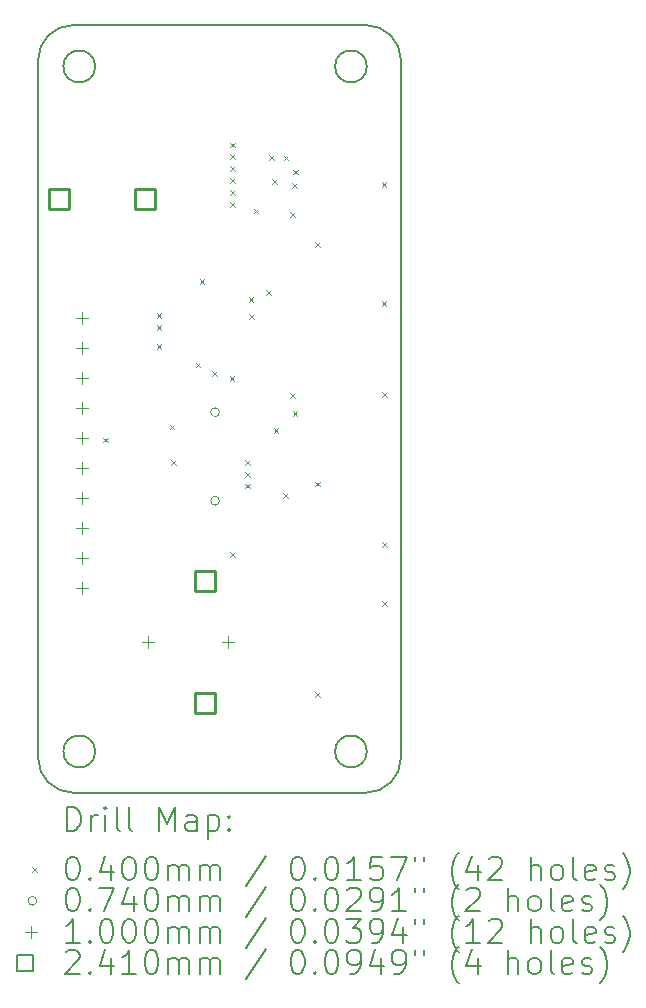
<source format=gbr>
%FSLAX45Y45*%
G04 Gerber Fmt 4.5, Leading zero omitted, Abs format (unit mm)*
G04 Created by KiCad (PCBNEW (6.0.5)) date 2022-06-23 22:14:49*
%MOMM*%
%LPD*%
G01*
G04 APERTURE LIST*
%TA.AperFunction,Profile*%
%ADD10C,0.200000*%
%TD*%
%ADD11C,0.200000*%
%ADD12C,0.040000*%
%ADD13C,0.074000*%
%ADD14C,0.100000*%
%ADD15C,0.241000*%
G04 APERTURE END LIST*
D10*
X11885000Y-7675000D02*
G75*
G03*
X11885000Y-7675000I-135000J0D01*
G01*
X14185000Y-7675000D02*
G75*
G03*
X14185000Y-7675000I-135000J0D01*
G01*
X11700000Y-7325000D02*
G75*
G03*
X11400000Y-7625000I0J-300000D01*
G01*
X11885000Y-13475000D02*
G75*
G03*
X11885000Y-13475000I-135000J0D01*
G01*
X14475000Y-7625000D02*
G75*
G03*
X14175000Y-7325000I-300000J0D01*
G01*
X14175000Y-13825000D02*
G75*
G03*
X14475000Y-13525000I0J300000D01*
G01*
X11700000Y-7325000D02*
X14175000Y-7325000D01*
X11400000Y-13525000D02*
G75*
G03*
X11700000Y-13825000I300000J0D01*
G01*
X11400000Y-13525000D02*
X11400000Y-7625000D01*
X14185000Y-13475000D02*
G75*
G03*
X14185000Y-13475000I-135000J0D01*
G01*
X14475000Y-7625000D02*
X14475000Y-13525000D01*
X14175000Y-13825000D02*
X11700000Y-13825000D01*
D11*
D12*
X11955050Y-10817268D02*
X11995050Y-10857268D01*
X11995050Y-10817268D02*
X11955050Y-10857268D01*
X12404950Y-9763733D02*
X12444950Y-9803733D01*
X12444950Y-9763733D02*
X12404950Y-9803733D01*
X12404950Y-10023733D02*
X12444950Y-10063733D01*
X12444950Y-10023733D02*
X12404950Y-10063733D01*
X12405797Y-9863679D02*
X12445797Y-9903679D01*
X12445797Y-9863679D02*
X12405797Y-9903679D01*
X12515000Y-10707500D02*
X12555000Y-10747500D01*
X12555000Y-10707500D02*
X12515000Y-10747500D01*
X12530000Y-11007500D02*
X12570000Y-11047500D01*
X12570000Y-11007500D02*
X12530000Y-11047500D01*
X12734597Y-10182550D02*
X12774597Y-10222550D01*
X12774597Y-10182550D02*
X12734597Y-10222550D01*
X12770000Y-9478733D02*
X12810000Y-9518733D01*
X12810000Y-9478733D02*
X12770000Y-9518733D01*
X12877500Y-10255000D02*
X12917500Y-10295000D01*
X12917500Y-10255000D02*
X12877500Y-10295000D01*
X13022500Y-10300000D02*
X13062500Y-10340000D01*
X13062500Y-10300000D02*
X13022500Y-10340000D01*
X13025000Y-11790000D02*
X13065000Y-11830000D01*
X13065000Y-11790000D02*
X13025000Y-11830000D01*
X13025750Y-8720000D02*
X13065750Y-8760000D01*
X13065750Y-8720000D02*
X13025750Y-8760000D01*
X13026543Y-8823253D02*
X13066543Y-8863253D01*
X13066543Y-8823253D02*
X13026543Y-8863253D01*
X13030000Y-8320000D02*
X13070000Y-8360000D01*
X13070000Y-8320000D02*
X13030000Y-8360000D01*
X13030000Y-8420000D02*
X13070000Y-8460000D01*
X13070000Y-8420000D02*
X13030000Y-8460000D01*
X13030000Y-8520000D02*
X13070000Y-8560000D01*
X13070000Y-8520000D02*
X13030000Y-8560000D01*
X13030000Y-8620000D02*
X13070000Y-8660000D01*
X13070000Y-8620000D02*
X13030000Y-8660000D01*
X13155000Y-11007500D02*
X13195000Y-11047500D01*
X13195000Y-11007500D02*
X13155000Y-11047500D01*
X13155000Y-11107500D02*
X13195000Y-11147500D01*
X13195000Y-11107500D02*
X13155000Y-11147500D01*
X13155000Y-11207500D02*
X13195000Y-11247500D01*
X13195000Y-11207500D02*
X13155000Y-11247500D01*
X13184077Y-9627677D02*
X13224077Y-9667677D01*
X13224077Y-9627677D02*
X13184077Y-9667677D01*
X13185678Y-9769411D02*
X13225678Y-9809411D01*
X13225678Y-9769411D02*
X13185678Y-9809411D01*
X13227550Y-8880000D02*
X13267550Y-8920000D01*
X13267550Y-8880000D02*
X13227550Y-8920000D01*
X13332450Y-9566230D02*
X13372450Y-9606230D01*
X13372450Y-9566230D02*
X13332450Y-9606230D01*
X13360000Y-8427550D02*
X13400000Y-8467550D01*
X13400000Y-8427550D02*
X13360000Y-8467550D01*
X13385219Y-8627559D02*
X13425219Y-8667559D01*
X13425219Y-8627559D02*
X13385219Y-8667559D01*
X13395000Y-10735050D02*
X13435000Y-10775050D01*
X13435000Y-10735050D02*
X13395000Y-10775050D01*
X13475000Y-11285000D02*
X13515000Y-11325000D01*
X13515000Y-11285000D02*
X13475000Y-11325000D01*
X13480000Y-8430000D02*
X13520000Y-8470000D01*
X13520000Y-8430000D02*
X13480000Y-8470000D01*
X13532450Y-8909947D02*
X13572450Y-8949947D01*
X13572450Y-8909947D02*
X13532450Y-8949947D01*
X13532500Y-10442500D02*
X13572500Y-10482500D01*
X13572500Y-10442500D02*
X13532500Y-10482500D01*
X13549605Y-8662144D02*
X13589605Y-8702144D01*
X13589605Y-8662144D02*
X13549605Y-8702144D01*
X13557500Y-10592500D02*
X13597500Y-10632500D01*
X13597500Y-10592500D02*
X13557500Y-10632500D01*
X13560293Y-8548995D02*
X13600293Y-8588995D01*
X13600293Y-8548995D02*
X13560293Y-8588995D01*
X13745000Y-11190000D02*
X13785000Y-11230000D01*
X13785000Y-11190000D02*
X13745000Y-11230000D01*
X13745000Y-12970000D02*
X13785000Y-13010000D01*
X13785000Y-12970000D02*
X13745000Y-13010000D01*
X13750000Y-9160000D02*
X13790000Y-9200000D01*
X13790000Y-9160000D02*
X13750000Y-9200000D01*
X14310000Y-8655000D02*
X14350000Y-8695000D01*
X14350000Y-8655000D02*
X14310000Y-8695000D01*
X14310000Y-9665000D02*
X14350000Y-9705000D01*
X14350000Y-9665000D02*
X14310000Y-9705000D01*
X14315000Y-10430000D02*
X14355000Y-10470000D01*
X14355000Y-10430000D02*
X14315000Y-10470000D01*
X14315000Y-11700000D02*
X14355000Y-11740000D01*
X14355000Y-11700000D02*
X14315000Y-11740000D01*
X14315000Y-12205000D02*
X14355000Y-12245000D01*
X14355000Y-12205000D02*
X14315000Y-12245000D01*
D13*
X12937000Y-10602500D02*
G75*
G03*
X12937000Y-10602500I-37000J0D01*
G01*
X12937000Y-11352500D02*
G75*
G03*
X12937000Y-11352500I-37000J0D01*
G01*
D14*
X11775000Y-9752500D02*
X11775000Y-9852500D01*
X11725000Y-9802500D02*
X11825000Y-9802500D01*
X11775000Y-10006500D02*
X11775000Y-10106500D01*
X11725000Y-10056500D02*
X11825000Y-10056500D01*
X11775000Y-10260500D02*
X11775000Y-10360500D01*
X11725000Y-10310500D02*
X11825000Y-10310500D01*
X11775000Y-10514500D02*
X11775000Y-10614500D01*
X11725000Y-10564500D02*
X11825000Y-10564500D01*
X11775000Y-10768500D02*
X11775000Y-10868500D01*
X11725000Y-10818500D02*
X11825000Y-10818500D01*
X11775000Y-11022500D02*
X11775000Y-11122500D01*
X11725000Y-11072500D02*
X11825000Y-11072500D01*
X11775000Y-11276500D02*
X11775000Y-11376500D01*
X11725000Y-11326500D02*
X11825000Y-11326500D01*
X11775000Y-11530500D02*
X11775000Y-11630500D01*
X11725000Y-11580500D02*
X11825000Y-11580500D01*
X11775000Y-11784500D02*
X11775000Y-11884500D01*
X11725000Y-11834500D02*
X11825000Y-11834500D01*
X11775000Y-12038500D02*
X11775000Y-12138500D01*
X11725000Y-12088500D02*
X11825000Y-12088500D01*
X12334000Y-12499000D02*
X12334000Y-12599000D01*
X12284000Y-12549000D02*
X12384000Y-12549000D01*
X13009000Y-12499000D02*
X13009000Y-12599000D01*
X12959000Y-12549000D02*
X13059000Y-12549000D01*
D15*
X11660207Y-8881707D02*
X11660207Y-8711293D01*
X11489793Y-8711293D01*
X11489793Y-8881707D01*
X11660207Y-8881707D01*
X12390207Y-8881707D02*
X12390207Y-8711293D01*
X12219793Y-8711293D01*
X12219793Y-8881707D01*
X12390207Y-8881707D01*
X12898207Y-12120207D02*
X12898207Y-11949793D01*
X12727793Y-11949793D01*
X12727793Y-12120207D01*
X12898207Y-12120207D01*
X12898207Y-13150207D02*
X12898207Y-12979793D01*
X12727793Y-12979793D01*
X12727793Y-13150207D01*
X12898207Y-13150207D01*
D11*
X11647619Y-14145476D02*
X11647619Y-13945476D01*
X11695238Y-13945476D01*
X11723810Y-13955000D01*
X11742857Y-13974048D01*
X11752381Y-13993095D01*
X11761905Y-14031190D01*
X11761905Y-14059762D01*
X11752381Y-14097857D01*
X11742857Y-14116905D01*
X11723810Y-14135952D01*
X11695238Y-14145476D01*
X11647619Y-14145476D01*
X11847619Y-14145476D02*
X11847619Y-14012143D01*
X11847619Y-14050238D02*
X11857143Y-14031190D01*
X11866667Y-14021667D01*
X11885714Y-14012143D01*
X11904762Y-14012143D01*
X11971429Y-14145476D02*
X11971429Y-14012143D01*
X11971429Y-13945476D02*
X11961905Y-13955000D01*
X11971429Y-13964524D01*
X11980952Y-13955000D01*
X11971429Y-13945476D01*
X11971429Y-13964524D01*
X12095238Y-14145476D02*
X12076190Y-14135952D01*
X12066667Y-14116905D01*
X12066667Y-13945476D01*
X12200000Y-14145476D02*
X12180952Y-14135952D01*
X12171429Y-14116905D01*
X12171429Y-13945476D01*
X12428571Y-14145476D02*
X12428571Y-13945476D01*
X12495238Y-14088333D01*
X12561905Y-13945476D01*
X12561905Y-14145476D01*
X12742857Y-14145476D02*
X12742857Y-14040714D01*
X12733333Y-14021667D01*
X12714286Y-14012143D01*
X12676190Y-14012143D01*
X12657143Y-14021667D01*
X12742857Y-14135952D02*
X12723810Y-14145476D01*
X12676190Y-14145476D01*
X12657143Y-14135952D01*
X12647619Y-14116905D01*
X12647619Y-14097857D01*
X12657143Y-14078809D01*
X12676190Y-14069286D01*
X12723810Y-14069286D01*
X12742857Y-14059762D01*
X12838095Y-14012143D02*
X12838095Y-14212143D01*
X12838095Y-14021667D02*
X12857143Y-14012143D01*
X12895238Y-14012143D01*
X12914286Y-14021667D01*
X12923810Y-14031190D01*
X12933333Y-14050238D01*
X12933333Y-14107381D01*
X12923810Y-14126428D01*
X12914286Y-14135952D01*
X12895238Y-14145476D01*
X12857143Y-14145476D01*
X12838095Y-14135952D01*
X13019048Y-14126428D02*
X13028571Y-14135952D01*
X13019048Y-14145476D01*
X13009524Y-14135952D01*
X13019048Y-14126428D01*
X13019048Y-14145476D01*
X13019048Y-14021667D02*
X13028571Y-14031190D01*
X13019048Y-14040714D01*
X13009524Y-14031190D01*
X13019048Y-14021667D01*
X13019048Y-14040714D01*
D12*
X11350000Y-14455000D02*
X11390000Y-14495000D01*
X11390000Y-14455000D02*
X11350000Y-14495000D01*
D11*
X11685714Y-14365476D02*
X11704762Y-14365476D01*
X11723810Y-14375000D01*
X11733333Y-14384524D01*
X11742857Y-14403571D01*
X11752381Y-14441667D01*
X11752381Y-14489286D01*
X11742857Y-14527381D01*
X11733333Y-14546428D01*
X11723810Y-14555952D01*
X11704762Y-14565476D01*
X11685714Y-14565476D01*
X11666667Y-14555952D01*
X11657143Y-14546428D01*
X11647619Y-14527381D01*
X11638095Y-14489286D01*
X11638095Y-14441667D01*
X11647619Y-14403571D01*
X11657143Y-14384524D01*
X11666667Y-14375000D01*
X11685714Y-14365476D01*
X11838095Y-14546428D02*
X11847619Y-14555952D01*
X11838095Y-14565476D01*
X11828571Y-14555952D01*
X11838095Y-14546428D01*
X11838095Y-14565476D01*
X12019048Y-14432143D02*
X12019048Y-14565476D01*
X11971429Y-14355952D02*
X11923810Y-14498809D01*
X12047619Y-14498809D01*
X12161905Y-14365476D02*
X12180952Y-14365476D01*
X12200000Y-14375000D01*
X12209524Y-14384524D01*
X12219048Y-14403571D01*
X12228571Y-14441667D01*
X12228571Y-14489286D01*
X12219048Y-14527381D01*
X12209524Y-14546428D01*
X12200000Y-14555952D01*
X12180952Y-14565476D01*
X12161905Y-14565476D01*
X12142857Y-14555952D01*
X12133333Y-14546428D01*
X12123810Y-14527381D01*
X12114286Y-14489286D01*
X12114286Y-14441667D01*
X12123810Y-14403571D01*
X12133333Y-14384524D01*
X12142857Y-14375000D01*
X12161905Y-14365476D01*
X12352381Y-14365476D02*
X12371429Y-14365476D01*
X12390476Y-14375000D01*
X12400000Y-14384524D01*
X12409524Y-14403571D01*
X12419048Y-14441667D01*
X12419048Y-14489286D01*
X12409524Y-14527381D01*
X12400000Y-14546428D01*
X12390476Y-14555952D01*
X12371429Y-14565476D01*
X12352381Y-14565476D01*
X12333333Y-14555952D01*
X12323810Y-14546428D01*
X12314286Y-14527381D01*
X12304762Y-14489286D01*
X12304762Y-14441667D01*
X12314286Y-14403571D01*
X12323810Y-14384524D01*
X12333333Y-14375000D01*
X12352381Y-14365476D01*
X12504762Y-14565476D02*
X12504762Y-14432143D01*
X12504762Y-14451190D02*
X12514286Y-14441667D01*
X12533333Y-14432143D01*
X12561905Y-14432143D01*
X12580952Y-14441667D01*
X12590476Y-14460714D01*
X12590476Y-14565476D01*
X12590476Y-14460714D02*
X12600000Y-14441667D01*
X12619048Y-14432143D01*
X12647619Y-14432143D01*
X12666667Y-14441667D01*
X12676190Y-14460714D01*
X12676190Y-14565476D01*
X12771429Y-14565476D02*
X12771429Y-14432143D01*
X12771429Y-14451190D02*
X12780952Y-14441667D01*
X12800000Y-14432143D01*
X12828571Y-14432143D01*
X12847619Y-14441667D01*
X12857143Y-14460714D01*
X12857143Y-14565476D01*
X12857143Y-14460714D02*
X12866667Y-14441667D01*
X12885714Y-14432143D01*
X12914286Y-14432143D01*
X12933333Y-14441667D01*
X12942857Y-14460714D01*
X12942857Y-14565476D01*
X13333333Y-14355952D02*
X13161905Y-14613095D01*
X13590476Y-14365476D02*
X13609524Y-14365476D01*
X13628571Y-14375000D01*
X13638095Y-14384524D01*
X13647619Y-14403571D01*
X13657143Y-14441667D01*
X13657143Y-14489286D01*
X13647619Y-14527381D01*
X13638095Y-14546428D01*
X13628571Y-14555952D01*
X13609524Y-14565476D01*
X13590476Y-14565476D01*
X13571429Y-14555952D01*
X13561905Y-14546428D01*
X13552381Y-14527381D01*
X13542857Y-14489286D01*
X13542857Y-14441667D01*
X13552381Y-14403571D01*
X13561905Y-14384524D01*
X13571429Y-14375000D01*
X13590476Y-14365476D01*
X13742857Y-14546428D02*
X13752381Y-14555952D01*
X13742857Y-14565476D01*
X13733333Y-14555952D01*
X13742857Y-14546428D01*
X13742857Y-14565476D01*
X13876190Y-14365476D02*
X13895238Y-14365476D01*
X13914286Y-14375000D01*
X13923810Y-14384524D01*
X13933333Y-14403571D01*
X13942857Y-14441667D01*
X13942857Y-14489286D01*
X13933333Y-14527381D01*
X13923810Y-14546428D01*
X13914286Y-14555952D01*
X13895238Y-14565476D01*
X13876190Y-14565476D01*
X13857143Y-14555952D01*
X13847619Y-14546428D01*
X13838095Y-14527381D01*
X13828571Y-14489286D01*
X13828571Y-14441667D01*
X13838095Y-14403571D01*
X13847619Y-14384524D01*
X13857143Y-14375000D01*
X13876190Y-14365476D01*
X14133333Y-14565476D02*
X14019048Y-14565476D01*
X14076190Y-14565476D02*
X14076190Y-14365476D01*
X14057143Y-14394048D01*
X14038095Y-14413095D01*
X14019048Y-14422619D01*
X14314286Y-14365476D02*
X14219048Y-14365476D01*
X14209524Y-14460714D01*
X14219048Y-14451190D01*
X14238095Y-14441667D01*
X14285714Y-14441667D01*
X14304762Y-14451190D01*
X14314286Y-14460714D01*
X14323810Y-14479762D01*
X14323810Y-14527381D01*
X14314286Y-14546428D01*
X14304762Y-14555952D01*
X14285714Y-14565476D01*
X14238095Y-14565476D01*
X14219048Y-14555952D01*
X14209524Y-14546428D01*
X14390476Y-14365476D02*
X14523810Y-14365476D01*
X14438095Y-14565476D01*
X14590476Y-14365476D02*
X14590476Y-14403571D01*
X14666667Y-14365476D02*
X14666667Y-14403571D01*
X14961905Y-14641667D02*
X14952381Y-14632143D01*
X14933333Y-14603571D01*
X14923810Y-14584524D01*
X14914286Y-14555952D01*
X14904762Y-14508333D01*
X14904762Y-14470238D01*
X14914286Y-14422619D01*
X14923810Y-14394048D01*
X14933333Y-14375000D01*
X14952381Y-14346428D01*
X14961905Y-14336905D01*
X15123810Y-14432143D02*
X15123810Y-14565476D01*
X15076190Y-14355952D02*
X15028571Y-14498809D01*
X15152381Y-14498809D01*
X15219048Y-14384524D02*
X15228571Y-14375000D01*
X15247619Y-14365476D01*
X15295238Y-14365476D01*
X15314286Y-14375000D01*
X15323810Y-14384524D01*
X15333333Y-14403571D01*
X15333333Y-14422619D01*
X15323810Y-14451190D01*
X15209524Y-14565476D01*
X15333333Y-14565476D01*
X15571429Y-14565476D02*
X15571429Y-14365476D01*
X15657143Y-14565476D02*
X15657143Y-14460714D01*
X15647619Y-14441667D01*
X15628571Y-14432143D01*
X15600000Y-14432143D01*
X15580952Y-14441667D01*
X15571429Y-14451190D01*
X15780952Y-14565476D02*
X15761905Y-14555952D01*
X15752381Y-14546428D01*
X15742857Y-14527381D01*
X15742857Y-14470238D01*
X15752381Y-14451190D01*
X15761905Y-14441667D01*
X15780952Y-14432143D01*
X15809524Y-14432143D01*
X15828571Y-14441667D01*
X15838095Y-14451190D01*
X15847619Y-14470238D01*
X15847619Y-14527381D01*
X15838095Y-14546428D01*
X15828571Y-14555952D01*
X15809524Y-14565476D01*
X15780952Y-14565476D01*
X15961905Y-14565476D02*
X15942857Y-14555952D01*
X15933333Y-14536905D01*
X15933333Y-14365476D01*
X16114286Y-14555952D02*
X16095238Y-14565476D01*
X16057143Y-14565476D01*
X16038095Y-14555952D01*
X16028571Y-14536905D01*
X16028571Y-14460714D01*
X16038095Y-14441667D01*
X16057143Y-14432143D01*
X16095238Y-14432143D01*
X16114286Y-14441667D01*
X16123810Y-14460714D01*
X16123810Y-14479762D01*
X16028571Y-14498809D01*
X16200000Y-14555952D02*
X16219048Y-14565476D01*
X16257143Y-14565476D01*
X16276190Y-14555952D01*
X16285714Y-14536905D01*
X16285714Y-14527381D01*
X16276190Y-14508333D01*
X16257143Y-14498809D01*
X16228571Y-14498809D01*
X16209524Y-14489286D01*
X16200000Y-14470238D01*
X16200000Y-14460714D01*
X16209524Y-14441667D01*
X16228571Y-14432143D01*
X16257143Y-14432143D01*
X16276190Y-14441667D01*
X16352381Y-14641667D02*
X16361905Y-14632143D01*
X16380952Y-14603571D01*
X16390476Y-14584524D01*
X16400000Y-14555952D01*
X16409524Y-14508333D01*
X16409524Y-14470238D01*
X16400000Y-14422619D01*
X16390476Y-14394048D01*
X16380952Y-14375000D01*
X16361905Y-14346428D01*
X16352381Y-14336905D01*
D13*
X11390000Y-14739000D02*
G75*
G03*
X11390000Y-14739000I-37000J0D01*
G01*
D11*
X11685714Y-14629476D02*
X11704762Y-14629476D01*
X11723810Y-14639000D01*
X11733333Y-14648524D01*
X11742857Y-14667571D01*
X11752381Y-14705667D01*
X11752381Y-14753286D01*
X11742857Y-14791381D01*
X11733333Y-14810428D01*
X11723810Y-14819952D01*
X11704762Y-14829476D01*
X11685714Y-14829476D01*
X11666667Y-14819952D01*
X11657143Y-14810428D01*
X11647619Y-14791381D01*
X11638095Y-14753286D01*
X11638095Y-14705667D01*
X11647619Y-14667571D01*
X11657143Y-14648524D01*
X11666667Y-14639000D01*
X11685714Y-14629476D01*
X11838095Y-14810428D02*
X11847619Y-14819952D01*
X11838095Y-14829476D01*
X11828571Y-14819952D01*
X11838095Y-14810428D01*
X11838095Y-14829476D01*
X11914286Y-14629476D02*
X12047619Y-14629476D01*
X11961905Y-14829476D01*
X12209524Y-14696143D02*
X12209524Y-14829476D01*
X12161905Y-14619952D02*
X12114286Y-14762809D01*
X12238095Y-14762809D01*
X12352381Y-14629476D02*
X12371429Y-14629476D01*
X12390476Y-14639000D01*
X12400000Y-14648524D01*
X12409524Y-14667571D01*
X12419048Y-14705667D01*
X12419048Y-14753286D01*
X12409524Y-14791381D01*
X12400000Y-14810428D01*
X12390476Y-14819952D01*
X12371429Y-14829476D01*
X12352381Y-14829476D01*
X12333333Y-14819952D01*
X12323810Y-14810428D01*
X12314286Y-14791381D01*
X12304762Y-14753286D01*
X12304762Y-14705667D01*
X12314286Y-14667571D01*
X12323810Y-14648524D01*
X12333333Y-14639000D01*
X12352381Y-14629476D01*
X12504762Y-14829476D02*
X12504762Y-14696143D01*
X12504762Y-14715190D02*
X12514286Y-14705667D01*
X12533333Y-14696143D01*
X12561905Y-14696143D01*
X12580952Y-14705667D01*
X12590476Y-14724714D01*
X12590476Y-14829476D01*
X12590476Y-14724714D02*
X12600000Y-14705667D01*
X12619048Y-14696143D01*
X12647619Y-14696143D01*
X12666667Y-14705667D01*
X12676190Y-14724714D01*
X12676190Y-14829476D01*
X12771429Y-14829476D02*
X12771429Y-14696143D01*
X12771429Y-14715190D02*
X12780952Y-14705667D01*
X12800000Y-14696143D01*
X12828571Y-14696143D01*
X12847619Y-14705667D01*
X12857143Y-14724714D01*
X12857143Y-14829476D01*
X12857143Y-14724714D02*
X12866667Y-14705667D01*
X12885714Y-14696143D01*
X12914286Y-14696143D01*
X12933333Y-14705667D01*
X12942857Y-14724714D01*
X12942857Y-14829476D01*
X13333333Y-14619952D02*
X13161905Y-14877095D01*
X13590476Y-14629476D02*
X13609524Y-14629476D01*
X13628571Y-14639000D01*
X13638095Y-14648524D01*
X13647619Y-14667571D01*
X13657143Y-14705667D01*
X13657143Y-14753286D01*
X13647619Y-14791381D01*
X13638095Y-14810428D01*
X13628571Y-14819952D01*
X13609524Y-14829476D01*
X13590476Y-14829476D01*
X13571429Y-14819952D01*
X13561905Y-14810428D01*
X13552381Y-14791381D01*
X13542857Y-14753286D01*
X13542857Y-14705667D01*
X13552381Y-14667571D01*
X13561905Y-14648524D01*
X13571429Y-14639000D01*
X13590476Y-14629476D01*
X13742857Y-14810428D02*
X13752381Y-14819952D01*
X13742857Y-14829476D01*
X13733333Y-14819952D01*
X13742857Y-14810428D01*
X13742857Y-14829476D01*
X13876190Y-14629476D02*
X13895238Y-14629476D01*
X13914286Y-14639000D01*
X13923810Y-14648524D01*
X13933333Y-14667571D01*
X13942857Y-14705667D01*
X13942857Y-14753286D01*
X13933333Y-14791381D01*
X13923810Y-14810428D01*
X13914286Y-14819952D01*
X13895238Y-14829476D01*
X13876190Y-14829476D01*
X13857143Y-14819952D01*
X13847619Y-14810428D01*
X13838095Y-14791381D01*
X13828571Y-14753286D01*
X13828571Y-14705667D01*
X13838095Y-14667571D01*
X13847619Y-14648524D01*
X13857143Y-14639000D01*
X13876190Y-14629476D01*
X14019048Y-14648524D02*
X14028571Y-14639000D01*
X14047619Y-14629476D01*
X14095238Y-14629476D01*
X14114286Y-14639000D01*
X14123810Y-14648524D01*
X14133333Y-14667571D01*
X14133333Y-14686619D01*
X14123810Y-14715190D01*
X14009524Y-14829476D01*
X14133333Y-14829476D01*
X14228571Y-14829476D02*
X14266667Y-14829476D01*
X14285714Y-14819952D01*
X14295238Y-14810428D01*
X14314286Y-14781857D01*
X14323810Y-14743762D01*
X14323810Y-14667571D01*
X14314286Y-14648524D01*
X14304762Y-14639000D01*
X14285714Y-14629476D01*
X14247619Y-14629476D01*
X14228571Y-14639000D01*
X14219048Y-14648524D01*
X14209524Y-14667571D01*
X14209524Y-14715190D01*
X14219048Y-14734238D01*
X14228571Y-14743762D01*
X14247619Y-14753286D01*
X14285714Y-14753286D01*
X14304762Y-14743762D01*
X14314286Y-14734238D01*
X14323810Y-14715190D01*
X14514286Y-14829476D02*
X14400000Y-14829476D01*
X14457143Y-14829476D02*
X14457143Y-14629476D01*
X14438095Y-14658048D01*
X14419048Y-14677095D01*
X14400000Y-14686619D01*
X14590476Y-14629476D02*
X14590476Y-14667571D01*
X14666667Y-14629476D02*
X14666667Y-14667571D01*
X14961905Y-14905667D02*
X14952381Y-14896143D01*
X14933333Y-14867571D01*
X14923810Y-14848524D01*
X14914286Y-14819952D01*
X14904762Y-14772333D01*
X14904762Y-14734238D01*
X14914286Y-14686619D01*
X14923810Y-14658048D01*
X14933333Y-14639000D01*
X14952381Y-14610428D01*
X14961905Y-14600905D01*
X15028571Y-14648524D02*
X15038095Y-14639000D01*
X15057143Y-14629476D01*
X15104762Y-14629476D01*
X15123810Y-14639000D01*
X15133333Y-14648524D01*
X15142857Y-14667571D01*
X15142857Y-14686619D01*
X15133333Y-14715190D01*
X15019048Y-14829476D01*
X15142857Y-14829476D01*
X15380952Y-14829476D02*
X15380952Y-14629476D01*
X15466667Y-14829476D02*
X15466667Y-14724714D01*
X15457143Y-14705667D01*
X15438095Y-14696143D01*
X15409524Y-14696143D01*
X15390476Y-14705667D01*
X15380952Y-14715190D01*
X15590476Y-14829476D02*
X15571429Y-14819952D01*
X15561905Y-14810428D01*
X15552381Y-14791381D01*
X15552381Y-14734238D01*
X15561905Y-14715190D01*
X15571429Y-14705667D01*
X15590476Y-14696143D01*
X15619048Y-14696143D01*
X15638095Y-14705667D01*
X15647619Y-14715190D01*
X15657143Y-14734238D01*
X15657143Y-14791381D01*
X15647619Y-14810428D01*
X15638095Y-14819952D01*
X15619048Y-14829476D01*
X15590476Y-14829476D01*
X15771429Y-14829476D02*
X15752381Y-14819952D01*
X15742857Y-14800905D01*
X15742857Y-14629476D01*
X15923810Y-14819952D02*
X15904762Y-14829476D01*
X15866667Y-14829476D01*
X15847619Y-14819952D01*
X15838095Y-14800905D01*
X15838095Y-14724714D01*
X15847619Y-14705667D01*
X15866667Y-14696143D01*
X15904762Y-14696143D01*
X15923810Y-14705667D01*
X15933333Y-14724714D01*
X15933333Y-14743762D01*
X15838095Y-14762809D01*
X16009524Y-14819952D02*
X16028571Y-14829476D01*
X16066667Y-14829476D01*
X16085714Y-14819952D01*
X16095238Y-14800905D01*
X16095238Y-14791381D01*
X16085714Y-14772333D01*
X16066667Y-14762809D01*
X16038095Y-14762809D01*
X16019048Y-14753286D01*
X16009524Y-14734238D01*
X16009524Y-14724714D01*
X16019048Y-14705667D01*
X16038095Y-14696143D01*
X16066667Y-14696143D01*
X16085714Y-14705667D01*
X16161905Y-14905667D02*
X16171429Y-14896143D01*
X16190476Y-14867571D01*
X16200000Y-14848524D01*
X16209524Y-14819952D01*
X16219048Y-14772333D01*
X16219048Y-14734238D01*
X16209524Y-14686619D01*
X16200000Y-14658048D01*
X16190476Y-14639000D01*
X16171429Y-14610428D01*
X16161905Y-14600905D01*
D14*
X11340000Y-14953000D02*
X11340000Y-15053000D01*
X11290000Y-15003000D02*
X11390000Y-15003000D01*
D11*
X11752381Y-15093476D02*
X11638095Y-15093476D01*
X11695238Y-15093476D02*
X11695238Y-14893476D01*
X11676190Y-14922048D01*
X11657143Y-14941095D01*
X11638095Y-14950619D01*
X11838095Y-15074428D02*
X11847619Y-15083952D01*
X11838095Y-15093476D01*
X11828571Y-15083952D01*
X11838095Y-15074428D01*
X11838095Y-15093476D01*
X11971429Y-14893476D02*
X11990476Y-14893476D01*
X12009524Y-14903000D01*
X12019048Y-14912524D01*
X12028571Y-14931571D01*
X12038095Y-14969667D01*
X12038095Y-15017286D01*
X12028571Y-15055381D01*
X12019048Y-15074428D01*
X12009524Y-15083952D01*
X11990476Y-15093476D01*
X11971429Y-15093476D01*
X11952381Y-15083952D01*
X11942857Y-15074428D01*
X11933333Y-15055381D01*
X11923810Y-15017286D01*
X11923810Y-14969667D01*
X11933333Y-14931571D01*
X11942857Y-14912524D01*
X11952381Y-14903000D01*
X11971429Y-14893476D01*
X12161905Y-14893476D02*
X12180952Y-14893476D01*
X12200000Y-14903000D01*
X12209524Y-14912524D01*
X12219048Y-14931571D01*
X12228571Y-14969667D01*
X12228571Y-15017286D01*
X12219048Y-15055381D01*
X12209524Y-15074428D01*
X12200000Y-15083952D01*
X12180952Y-15093476D01*
X12161905Y-15093476D01*
X12142857Y-15083952D01*
X12133333Y-15074428D01*
X12123810Y-15055381D01*
X12114286Y-15017286D01*
X12114286Y-14969667D01*
X12123810Y-14931571D01*
X12133333Y-14912524D01*
X12142857Y-14903000D01*
X12161905Y-14893476D01*
X12352381Y-14893476D02*
X12371429Y-14893476D01*
X12390476Y-14903000D01*
X12400000Y-14912524D01*
X12409524Y-14931571D01*
X12419048Y-14969667D01*
X12419048Y-15017286D01*
X12409524Y-15055381D01*
X12400000Y-15074428D01*
X12390476Y-15083952D01*
X12371429Y-15093476D01*
X12352381Y-15093476D01*
X12333333Y-15083952D01*
X12323810Y-15074428D01*
X12314286Y-15055381D01*
X12304762Y-15017286D01*
X12304762Y-14969667D01*
X12314286Y-14931571D01*
X12323810Y-14912524D01*
X12333333Y-14903000D01*
X12352381Y-14893476D01*
X12504762Y-15093476D02*
X12504762Y-14960143D01*
X12504762Y-14979190D02*
X12514286Y-14969667D01*
X12533333Y-14960143D01*
X12561905Y-14960143D01*
X12580952Y-14969667D01*
X12590476Y-14988714D01*
X12590476Y-15093476D01*
X12590476Y-14988714D02*
X12600000Y-14969667D01*
X12619048Y-14960143D01*
X12647619Y-14960143D01*
X12666667Y-14969667D01*
X12676190Y-14988714D01*
X12676190Y-15093476D01*
X12771429Y-15093476D02*
X12771429Y-14960143D01*
X12771429Y-14979190D02*
X12780952Y-14969667D01*
X12800000Y-14960143D01*
X12828571Y-14960143D01*
X12847619Y-14969667D01*
X12857143Y-14988714D01*
X12857143Y-15093476D01*
X12857143Y-14988714D02*
X12866667Y-14969667D01*
X12885714Y-14960143D01*
X12914286Y-14960143D01*
X12933333Y-14969667D01*
X12942857Y-14988714D01*
X12942857Y-15093476D01*
X13333333Y-14883952D02*
X13161905Y-15141095D01*
X13590476Y-14893476D02*
X13609524Y-14893476D01*
X13628571Y-14903000D01*
X13638095Y-14912524D01*
X13647619Y-14931571D01*
X13657143Y-14969667D01*
X13657143Y-15017286D01*
X13647619Y-15055381D01*
X13638095Y-15074428D01*
X13628571Y-15083952D01*
X13609524Y-15093476D01*
X13590476Y-15093476D01*
X13571429Y-15083952D01*
X13561905Y-15074428D01*
X13552381Y-15055381D01*
X13542857Y-15017286D01*
X13542857Y-14969667D01*
X13552381Y-14931571D01*
X13561905Y-14912524D01*
X13571429Y-14903000D01*
X13590476Y-14893476D01*
X13742857Y-15074428D02*
X13752381Y-15083952D01*
X13742857Y-15093476D01*
X13733333Y-15083952D01*
X13742857Y-15074428D01*
X13742857Y-15093476D01*
X13876190Y-14893476D02*
X13895238Y-14893476D01*
X13914286Y-14903000D01*
X13923810Y-14912524D01*
X13933333Y-14931571D01*
X13942857Y-14969667D01*
X13942857Y-15017286D01*
X13933333Y-15055381D01*
X13923810Y-15074428D01*
X13914286Y-15083952D01*
X13895238Y-15093476D01*
X13876190Y-15093476D01*
X13857143Y-15083952D01*
X13847619Y-15074428D01*
X13838095Y-15055381D01*
X13828571Y-15017286D01*
X13828571Y-14969667D01*
X13838095Y-14931571D01*
X13847619Y-14912524D01*
X13857143Y-14903000D01*
X13876190Y-14893476D01*
X14009524Y-14893476D02*
X14133333Y-14893476D01*
X14066667Y-14969667D01*
X14095238Y-14969667D01*
X14114286Y-14979190D01*
X14123810Y-14988714D01*
X14133333Y-15007762D01*
X14133333Y-15055381D01*
X14123810Y-15074428D01*
X14114286Y-15083952D01*
X14095238Y-15093476D01*
X14038095Y-15093476D01*
X14019048Y-15083952D01*
X14009524Y-15074428D01*
X14228571Y-15093476D02*
X14266667Y-15093476D01*
X14285714Y-15083952D01*
X14295238Y-15074428D01*
X14314286Y-15045857D01*
X14323810Y-15007762D01*
X14323810Y-14931571D01*
X14314286Y-14912524D01*
X14304762Y-14903000D01*
X14285714Y-14893476D01*
X14247619Y-14893476D01*
X14228571Y-14903000D01*
X14219048Y-14912524D01*
X14209524Y-14931571D01*
X14209524Y-14979190D01*
X14219048Y-14998238D01*
X14228571Y-15007762D01*
X14247619Y-15017286D01*
X14285714Y-15017286D01*
X14304762Y-15007762D01*
X14314286Y-14998238D01*
X14323810Y-14979190D01*
X14495238Y-14960143D02*
X14495238Y-15093476D01*
X14447619Y-14883952D02*
X14400000Y-15026809D01*
X14523810Y-15026809D01*
X14590476Y-14893476D02*
X14590476Y-14931571D01*
X14666667Y-14893476D02*
X14666667Y-14931571D01*
X14961905Y-15169667D02*
X14952381Y-15160143D01*
X14933333Y-15131571D01*
X14923810Y-15112524D01*
X14914286Y-15083952D01*
X14904762Y-15036333D01*
X14904762Y-14998238D01*
X14914286Y-14950619D01*
X14923810Y-14922048D01*
X14933333Y-14903000D01*
X14952381Y-14874428D01*
X14961905Y-14864905D01*
X15142857Y-15093476D02*
X15028571Y-15093476D01*
X15085714Y-15093476D02*
X15085714Y-14893476D01*
X15066667Y-14922048D01*
X15047619Y-14941095D01*
X15028571Y-14950619D01*
X15219048Y-14912524D02*
X15228571Y-14903000D01*
X15247619Y-14893476D01*
X15295238Y-14893476D01*
X15314286Y-14903000D01*
X15323810Y-14912524D01*
X15333333Y-14931571D01*
X15333333Y-14950619D01*
X15323810Y-14979190D01*
X15209524Y-15093476D01*
X15333333Y-15093476D01*
X15571429Y-15093476D02*
X15571429Y-14893476D01*
X15657143Y-15093476D02*
X15657143Y-14988714D01*
X15647619Y-14969667D01*
X15628571Y-14960143D01*
X15600000Y-14960143D01*
X15580952Y-14969667D01*
X15571429Y-14979190D01*
X15780952Y-15093476D02*
X15761905Y-15083952D01*
X15752381Y-15074428D01*
X15742857Y-15055381D01*
X15742857Y-14998238D01*
X15752381Y-14979190D01*
X15761905Y-14969667D01*
X15780952Y-14960143D01*
X15809524Y-14960143D01*
X15828571Y-14969667D01*
X15838095Y-14979190D01*
X15847619Y-14998238D01*
X15847619Y-15055381D01*
X15838095Y-15074428D01*
X15828571Y-15083952D01*
X15809524Y-15093476D01*
X15780952Y-15093476D01*
X15961905Y-15093476D02*
X15942857Y-15083952D01*
X15933333Y-15064905D01*
X15933333Y-14893476D01*
X16114286Y-15083952D02*
X16095238Y-15093476D01*
X16057143Y-15093476D01*
X16038095Y-15083952D01*
X16028571Y-15064905D01*
X16028571Y-14988714D01*
X16038095Y-14969667D01*
X16057143Y-14960143D01*
X16095238Y-14960143D01*
X16114286Y-14969667D01*
X16123810Y-14988714D01*
X16123810Y-15007762D01*
X16028571Y-15026809D01*
X16200000Y-15083952D02*
X16219048Y-15093476D01*
X16257143Y-15093476D01*
X16276190Y-15083952D01*
X16285714Y-15064905D01*
X16285714Y-15055381D01*
X16276190Y-15036333D01*
X16257143Y-15026809D01*
X16228571Y-15026809D01*
X16209524Y-15017286D01*
X16200000Y-14998238D01*
X16200000Y-14988714D01*
X16209524Y-14969667D01*
X16228571Y-14960143D01*
X16257143Y-14960143D01*
X16276190Y-14969667D01*
X16352381Y-15169667D02*
X16361905Y-15160143D01*
X16380952Y-15131571D01*
X16390476Y-15112524D01*
X16400000Y-15083952D01*
X16409524Y-15036333D01*
X16409524Y-14998238D01*
X16400000Y-14950619D01*
X16390476Y-14922048D01*
X16380952Y-14903000D01*
X16361905Y-14874428D01*
X16352381Y-14864905D01*
X11360711Y-15337711D02*
X11360711Y-15196289D01*
X11219289Y-15196289D01*
X11219289Y-15337711D01*
X11360711Y-15337711D01*
X11638095Y-15176524D02*
X11647619Y-15167000D01*
X11666667Y-15157476D01*
X11714286Y-15157476D01*
X11733333Y-15167000D01*
X11742857Y-15176524D01*
X11752381Y-15195571D01*
X11752381Y-15214619D01*
X11742857Y-15243190D01*
X11628571Y-15357476D01*
X11752381Y-15357476D01*
X11838095Y-15338428D02*
X11847619Y-15347952D01*
X11838095Y-15357476D01*
X11828571Y-15347952D01*
X11838095Y-15338428D01*
X11838095Y-15357476D01*
X12019048Y-15224143D02*
X12019048Y-15357476D01*
X11971429Y-15147952D02*
X11923810Y-15290809D01*
X12047619Y-15290809D01*
X12228571Y-15357476D02*
X12114286Y-15357476D01*
X12171429Y-15357476D02*
X12171429Y-15157476D01*
X12152381Y-15186048D01*
X12133333Y-15205095D01*
X12114286Y-15214619D01*
X12352381Y-15157476D02*
X12371429Y-15157476D01*
X12390476Y-15167000D01*
X12400000Y-15176524D01*
X12409524Y-15195571D01*
X12419048Y-15233667D01*
X12419048Y-15281286D01*
X12409524Y-15319381D01*
X12400000Y-15338428D01*
X12390476Y-15347952D01*
X12371429Y-15357476D01*
X12352381Y-15357476D01*
X12333333Y-15347952D01*
X12323810Y-15338428D01*
X12314286Y-15319381D01*
X12304762Y-15281286D01*
X12304762Y-15233667D01*
X12314286Y-15195571D01*
X12323810Y-15176524D01*
X12333333Y-15167000D01*
X12352381Y-15157476D01*
X12504762Y-15357476D02*
X12504762Y-15224143D01*
X12504762Y-15243190D02*
X12514286Y-15233667D01*
X12533333Y-15224143D01*
X12561905Y-15224143D01*
X12580952Y-15233667D01*
X12590476Y-15252714D01*
X12590476Y-15357476D01*
X12590476Y-15252714D02*
X12600000Y-15233667D01*
X12619048Y-15224143D01*
X12647619Y-15224143D01*
X12666667Y-15233667D01*
X12676190Y-15252714D01*
X12676190Y-15357476D01*
X12771429Y-15357476D02*
X12771429Y-15224143D01*
X12771429Y-15243190D02*
X12780952Y-15233667D01*
X12800000Y-15224143D01*
X12828571Y-15224143D01*
X12847619Y-15233667D01*
X12857143Y-15252714D01*
X12857143Y-15357476D01*
X12857143Y-15252714D02*
X12866667Y-15233667D01*
X12885714Y-15224143D01*
X12914286Y-15224143D01*
X12933333Y-15233667D01*
X12942857Y-15252714D01*
X12942857Y-15357476D01*
X13333333Y-15147952D02*
X13161905Y-15405095D01*
X13590476Y-15157476D02*
X13609524Y-15157476D01*
X13628571Y-15167000D01*
X13638095Y-15176524D01*
X13647619Y-15195571D01*
X13657143Y-15233667D01*
X13657143Y-15281286D01*
X13647619Y-15319381D01*
X13638095Y-15338428D01*
X13628571Y-15347952D01*
X13609524Y-15357476D01*
X13590476Y-15357476D01*
X13571429Y-15347952D01*
X13561905Y-15338428D01*
X13552381Y-15319381D01*
X13542857Y-15281286D01*
X13542857Y-15233667D01*
X13552381Y-15195571D01*
X13561905Y-15176524D01*
X13571429Y-15167000D01*
X13590476Y-15157476D01*
X13742857Y-15338428D02*
X13752381Y-15347952D01*
X13742857Y-15357476D01*
X13733333Y-15347952D01*
X13742857Y-15338428D01*
X13742857Y-15357476D01*
X13876190Y-15157476D02*
X13895238Y-15157476D01*
X13914286Y-15167000D01*
X13923810Y-15176524D01*
X13933333Y-15195571D01*
X13942857Y-15233667D01*
X13942857Y-15281286D01*
X13933333Y-15319381D01*
X13923810Y-15338428D01*
X13914286Y-15347952D01*
X13895238Y-15357476D01*
X13876190Y-15357476D01*
X13857143Y-15347952D01*
X13847619Y-15338428D01*
X13838095Y-15319381D01*
X13828571Y-15281286D01*
X13828571Y-15233667D01*
X13838095Y-15195571D01*
X13847619Y-15176524D01*
X13857143Y-15167000D01*
X13876190Y-15157476D01*
X14038095Y-15357476D02*
X14076190Y-15357476D01*
X14095238Y-15347952D01*
X14104762Y-15338428D01*
X14123810Y-15309857D01*
X14133333Y-15271762D01*
X14133333Y-15195571D01*
X14123810Y-15176524D01*
X14114286Y-15167000D01*
X14095238Y-15157476D01*
X14057143Y-15157476D01*
X14038095Y-15167000D01*
X14028571Y-15176524D01*
X14019048Y-15195571D01*
X14019048Y-15243190D01*
X14028571Y-15262238D01*
X14038095Y-15271762D01*
X14057143Y-15281286D01*
X14095238Y-15281286D01*
X14114286Y-15271762D01*
X14123810Y-15262238D01*
X14133333Y-15243190D01*
X14304762Y-15224143D02*
X14304762Y-15357476D01*
X14257143Y-15147952D02*
X14209524Y-15290809D01*
X14333333Y-15290809D01*
X14419048Y-15357476D02*
X14457143Y-15357476D01*
X14476190Y-15347952D01*
X14485714Y-15338428D01*
X14504762Y-15309857D01*
X14514286Y-15271762D01*
X14514286Y-15195571D01*
X14504762Y-15176524D01*
X14495238Y-15167000D01*
X14476190Y-15157476D01*
X14438095Y-15157476D01*
X14419048Y-15167000D01*
X14409524Y-15176524D01*
X14400000Y-15195571D01*
X14400000Y-15243190D01*
X14409524Y-15262238D01*
X14419048Y-15271762D01*
X14438095Y-15281286D01*
X14476190Y-15281286D01*
X14495238Y-15271762D01*
X14504762Y-15262238D01*
X14514286Y-15243190D01*
X14590476Y-15157476D02*
X14590476Y-15195571D01*
X14666667Y-15157476D02*
X14666667Y-15195571D01*
X14961905Y-15433667D02*
X14952381Y-15424143D01*
X14933333Y-15395571D01*
X14923810Y-15376524D01*
X14914286Y-15347952D01*
X14904762Y-15300333D01*
X14904762Y-15262238D01*
X14914286Y-15214619D01*
X14923810Y-15186048D01*
X14933333Y-15167000D01*
X14952381Y-15138428D01*
X14961905Y-15128905D01*
X15123810Y-15224143D02*
X15123810Y-15357476D01*
X15076190Y-15147952D02*
X15028571Y-15290809D01*
X15152381Y-15290809D01*
X15380952Y-15357476D02*
X15380952Y-15157476D01*
X15466667Y-15357476D02*
X15466667Y-15252714D01*
X15457143Y-15233667D01*
X15438095Y-15224143D01*
X15409524Y-15224143D01*
X15390476Y-15233667D01*
X15380952Y-15243190D01*
X15590476Y-15357476D02*
X15571429Y-15347952D01*
X15561905Y-15338428D01*
X15552381Y-15319381D01*
X15552381Y-15262238D01*
X15561905Y-15243190D01*
X15571429Y-15233667D01*
X15590476Y-15224143D01*
X15619048Y-15224143D01*
X15638095Y-15233667D01*
X15647619Y-15243190D01*
X15657143Y-15262238D01*
X15657143Y-15319381D01*
X15647619Y-15338428D01*
X15638095Y-15347952D01*
X15619048Y-15357476D01*
X15590476Y-15357476D01*
X15771429Y-15357476D02*
X15752381Y-15347952D01*
X15742857Y-15328905D01*
X15742857Y-15157476D01*
X15923810Y-15347952D02*
X15904762Y-15357476D01*
X15866667Y-15357476D01*
X15847619Y-15347952D01*
X15838095Y-15328905D01*
X15838095Y-15252714D01*
X15847619Y-15233667D01*
X15866667Y-15224143D01*
X15904762Y-15224143D01*
X15923810Y-15233667D01*
X15933333Y-15252714D01*
X15933333Y-15271762D01*
X15838095Y-15290809D01*
X16009524Y-15347952D02*
X16028571Y-15357476D01*
X16066667Y-15357476D01*
X16085714Y-15347952D01*
X16095238Y-15328905D01*
X16095238Y-15319381D01*
X16085714Y-15300333D01*
X16066667Y-15290809D01*
X16038095Y-15290809D01*
X16019048Y-15281286D01*
X16009524Y-15262238D01*
X16009524Y-15252714D01*
X16019048Y-15233667D01*
X16038095Y-15224143D01*
X16066667Y-15224143D01*
X16085714Y-15233667D01*
X16161905Y-15433667D02*
X16171429Y-15424143D01*
X16190476Y-15395571D01*
X16200000Y-15376524D01*
X16209524Y-15347952D01*
X16219048Y-15300333D01*
X16219048Y-15262238D01*
X16209524Y-15214619D01*
X16200000Y-15186048D01*
X16190476Y-15167000D01*
X16171429Y-15138428D01*
X16161905Y-15128905D01*
M02*

</source>
